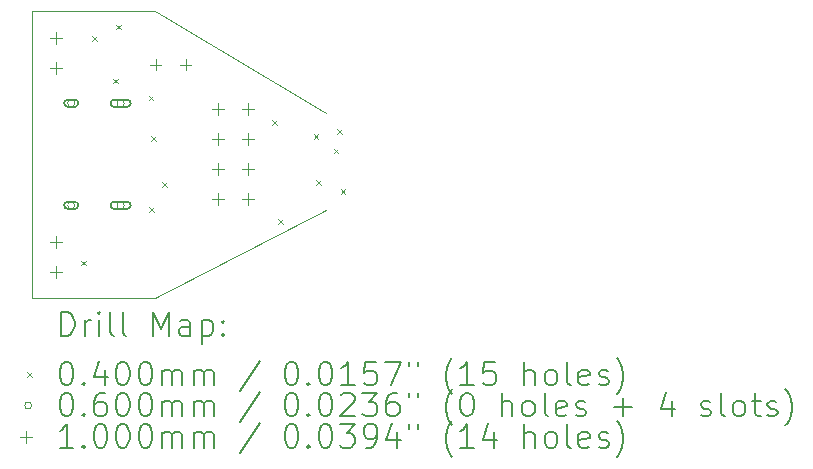
<source format=gbr>
%TF.GenerationSoftware,KiCad,Pcbnew,7.0.2-0*%
%TF.CreationDate,2023-12-31T01:39:39-06:00*%
%TF.ProjectId,usb_programmer,7573625f-7072-46f6-9772-616d6d65722e,rev?*%
%TF.SameCoordinates,Original*%
%TF.FileFunction,Drillmap*%
%TF.FilePolarity,Positive*%
%FSLAX45Y45*%
G04 Gerber Fmt 4.5, Leading zero omitted, Abs format (unit mm)*
G04 Created by KiCad (PCBNEW 7.0.2-0) date 2023-12-31 01:39:39*
%MOMM*%
%LPD*%
G01*
G04 APERTURE LIST*
%ADD10C,0.100000*%
%ADD11C,0.200000*%
%ADD12C,0.040000*%
%ADD13C,0.060000*%
G04 APERTURE END LIST*
D10*
X3456000Y-8913000D02*
X2415000Y-8913000D01*
X4902500Y-7349500D02*
X3457000Y-6483000D01*
X2416000Y-6483000D02*
X2415000Y-8913000D01*
X3456000Y-8913000D02*
X4901250Y-8169500D01*
X3457000Y-6483000D02*
X2416000Y-6483000D01*
D11*
D12*
X2830000Y-8595000D02*
X2870000Y-8635000D01*
X2870000Y-8595000D02*
X2830000Y-8635000D01*
X2919000Y-6696500D02*
X2959000Y-6736500D01*
X2959000Y-6696500D02*
X2919000Y-6736500D01*
X3100000Y-7054500D02*
X3140000Y-7094500D01*
X3140000Y-7054500D02*
X3100000Y-7094500D01*
X3126000Y-6597500D02*
X3166000Y-6637500D01*
X3166000Y-6597500D02*
X3126000Y-6637500D01*
X3400000Y-7197500D02*
X3440000Y-7237500D01*
X3440000Y-7197500D02*
X3400000Y-7237500D01*
X3406000Y-8144000D02*
X3446000Y-8184000D01*
X3446000Y-8144000D02*
X3406000Y-8184000D01*
X3418000Y-7540000D02*
X3458000Y-7580000D01*
X3458000Y-7540000D02*
X3418000Y-7580000D01*
X3515000Y-7928000D02*
X3555000Y-7968000D01*
X3555000Y-7928000D02*
X3515000Y-7968000D01*
X4446000Y-7408000D02*
X4486000Y-7448000D01*
X4486000Y-7408000D02*
X4446000Y-7448000D01*
X4496000Y-8247000D02*
X4536000Y-8287000D01*
X4536000Y-8247000D02*
X4496000Y-8287000D01*
X4796000Y-7522000D02*
X4836000Y-7562000D01*
X4836000Y-7522000D02*
X4796000Y-7562000D01*
X4819500Y-7914500D02*
X4859500Y-7954500D01*
X4859500Y-7914500D02*
X4819500Y-7954500D01*
X4967000Y-7646000D02*
X5007000Y-7686000D01*
X5007000Y-7646000D02*
X4967000Y-7686000D01*
X4992775Y-7480625D02*
X5032775Y-7520625D01*
X5032775Y-7480625D02*
X4992775Y-7520625D01*
X5025000Y-7990000D02*
X5065000Y-8030000D01*
X5065000Y-7990000D02*
X5025000Y-8030000D01*
D13*
X2774000Y-7263000D02*
G75*
G03*
X2774000Y-7263000I-30000J0D01*
G01*
D11*
X2774000Y-7233000D02*
X2714000Y-7233000D01*
X2714000Y-7233000D02*
G75*
G03*
X2714000Y-7293000I0J-30000D01*
G01*
X2714000Y-7293000D02*
X2774000Y-7293000D01*
X2774000Y-7293000D02*
G75*
G03*
X2774000Y-7233000I0J30000D01*
G01*
D13*
X2774000Y-8127000D02*
G75*
G03*
X2774000Y-8127000I-30000J0D01*
G01*
D11*
X2774000Y-8097000D02*
X2714000Y-8097000D01*
X2714000Y-8097000D02*
G75*
G03*
X2714000Y-8157000I0J-30000D01*
G01*
X2714000Y-8157000D02*
X2774000Y-8157000D01*
X2774000Y-8157000D02*
G75*
G03*
X2774000Y-8097000I0J30000D01*
G01*
D13*
X3192000Y-7263000D02*
G75*
G03*
X3192000Y-7263000I-30000J0D01*
G01*
D11*
X3217000Y-7233000D02*
X3107000Y-7233000D01*
X3107000Y-7233000D02*
G75*
G03*
X3107000Y-7293000I0J-30000D01*
G01*
X3107000Y-7293000D02*
X3217000Y-7293000D01*
X3217000Y-7293000D02*
G75*
G03*
X3217000Y-7233000I0J30000D01*
G01*
D13*
X3192000Y-8127000D02*
G75*
G03*
X3192000Y-8127000I-30000J0D01*
G01*
D11*
X3217000Y-8097000D02*
X3107000Y-8097000D01*
X3107000Y-8097000D02*
G75*
G03*
X3107000Y-8157000I0J-30000D01*
G01*
X3107000Y-8157000D02*
X3217000Y-8157000D01*
X3217000Y-8157000D02*
G75*
G03*
X3217000Y-8097000I0J30000D01*
G01*
D10*
X2613000Y-6657000D02*
X2613000Y-6757000D01*
X2563000Y-6707000D02*
X2663000Y-6707000D01*
X2613000Y-6911000D02*
X2613000Y-7011000D01*
X2563000Y-6961000D02*
X2663000Y-6961000D01*
X2613000Y-8386500D02*
X2613000Y-8486500D01*
X2563000Y-8436500D02*
X2663000Y-8436500D01*
X2613000Y-8640500D02*
X2613000Y-8740500D01*
X2563000Y-8690500D02*
X2663000Y-8690500D01*
X3458000Y-6885000D02*
X3458000Y-6985000D01*
X3408000Y-6935000D02*
X3508000Y-6935000D01*
X3712000Y-6885000D02*
X3712000Y-6985000D01*
X3662000Y-6935000D02*
X3762000Y-6935000D01*
X3987000Y-7261000D02*
X3987000Y-7361000D01*
X3937000Y-7311000D02*
X4037000Y-7311000D01*
X3987000Y-7515000D02*
X3987000Y-7615000D01*
X3937000Y-7565000D02*
X4037000Y-7565000D01*
X3987000Y-7769000D02*
X3987000Y-7869000D01*
X3937000Y-7819000D02*
X4037000Y-7819000D01*
X3987000Y-8023000D02*
X3987000Y-8123000D01*
X3937000Y-8073000D02*
X4037000Y-8073000D01*
X4241000Y-7261000D02*
X4241000Y-7361000D01*
X4191000Y-7311000D02*
X4291000Y-7311000D01*
X4241000Y-7515000D02*
X4241000Y-7615000D01*
X4191000Y-7565000D02*
X4291000Y-7565000D01*
X4241000Y-7769000D02*
X4241000Y-7869000D01*
X4191000Y-7819000D02*
X4291000Y-7819000D01*
X4241000Y-8023000D02*
X4241000Y-8123000D01*
X4191000Y-8073000D02*
X4291000Y-8073000D01*
D11*
X2657619Y-9230524D02*
X2657619Y-9030524D01*
X2657619Y-9030524D02*
X2705238Y-9030524D01*
X2705238Y-9030524D02*
X2733810Y-9040048D01*
X2733810Y-9040048D02*
X2752857Y-9059095D01*
X2752857Y-9059095D02*
X2762381Y-9078143D01*
X2762381Y-9078143D02*
X2771905Y-9116238D01*
X2771905Y-9116238D02*
X2771905Y-9144810D01*
X2771905Y-9144810D02*
X2762381Y-9182905D01*
X2762381Y-9182905D02*
X2752857Y-9201952D01*
X2752857Y-9201952D02*
X2733810Y-9221000D01*
X2733810Y-9221000D02*
X2705238Y-9230524D01*
X2705238Y-9230524D02*
X2657619Y-9230524D01*
X2857619Y-9230524D02*
X2857619Y-9097190D01*
X2857619Y-9135286D02*
X2867143Y-9116238D01*
X2867143Y-9116238D02*
X2876667Y-9106714D01*
X2876667Y-9106714D02*
X2895714Y-9097190D01*
X2895714Y-9097190D02*
X2914762Y-9097190D01*
X2981428Y-9230524D02*
X2981428Y-9097190D01*
X2981428Y-9030524D02*
X2971905Y-9040048D01*
X2971905Y-9040048D02*
X2981428Y-9049571D01*
X2981428Y-9049571D02*
X2990952Y-9040048D01*
X2990952Y-9040048D02*
X2981428Y-9030524D01*
X2981428Y-9030524D02*
X2981428Y-9049571D01*
X3105238Y-9230524D02*
X3086190Y-9221000D01*
X3086190Y-9221000D02*
X3076667Y-9201952D01*
X3076667Y-9201952D02*
X3076667Y-9030524D01*
X3210000Y-9230524D02*
X3190952Y-9221000D01*
X3190952Y-9221000D02*
X3181428Y-9201952D01*
X3181428Y-9201952D02*
X3181428Y-9030524D01*
X3438571Y-9230524D02*
X3438571Y-9030524D01*
X3438571Y-9030524D02*
X3505238Y-9173381D01*
X3505238Y-9173381D02*
X3571905Y-9030524D01*
X3571905Y-9030524D02*
X3571905Y-9230524D01*
X3752857Y-9230524D02*
X3752857Y-9125762D01*
X3752857Y-9125762D02*
X3743333Y-9106714D01*
X3743333Y-9106714D02*
X3724286Y-9097190D01*
X3724286Y-9097190D02*
X3686190Y-9097190D01*
X3686190Y-9097190D02*
X3667143Y-9106714D01*
X3752857Y-9221000D02*
X3733809Y-9230524D01*
X3733809Y-9230524D02*
X3686190Y-9230524D01*
X3686190Y-9230524D02*
X3667143Y-9221000D01*
X3667143Y-9221000D02*
X3657619Y-9201952D01*
X3657619Y-9201952D02*
X3657619Y-9182905D01*
X3657619Y-9182905D02*
X3667143Y-9163857D01*
X3667143Y-9163857D02*
X3686190Y-9154333D01*
X3686190Y-9154333D02*
X3733809Y-9154333D01*
X3733809Y-9154333D02*
X3752857Y-9144810D01*
X3848095Y-9097190D02*
X3848095Y-9297190D01*
X3848095Y-9106714D02*
X3867143Y-9097190D01*
X3867143Y-9097190D02*
X3905238Y-9097190D01*
X3905238Y-9097190D02*
X3924286Y-9106714D01*
X3924286Y-9106714D02*
X3933809Y-9116238D01*
X3933809Y-9116238D02*
X3943333Y-9135286D01*
X3943333Y-9135286D02*
X3943333Y-9192429D01*
X3943333Y-9192429D02*
X3933809Y-9211476D01*
X3933809Y-9211476D02*
X3924286Y-9221000D01*
X3924286Y-9221000D02*
X3905238Y-9230524D01*
X3905238Y-9230524D02*
X3867143Y-9230524D01*
X3867143Y-9230524D02*
X3848095Y-9221000D01*
X4029048Y-9211476D02*
X4038571Y-9221000D01*
X4038571Y-9221000D02*
X4029048Y-9230524D01*
X4029048Y-9230524D02*
X4019524Y-9221000D01*
X4019524Y-9221000D02*
X4029048Y-9211476D01*
X4029048Y-9211476D02*
X4029048Y-9230524D01*
X4029048Y-9106714D02*
X4038571Y-9116238D01*
X4038571Y-9116238D02*
X4029048Y-9125762D01*
X4029048Y-9125762D02*
X4019524Y-9116238D01*
X4019524Y-9116238D02*
X4029048Y-9106714D01*
X4029048Y-9106714D02*
X4029048Y-9125762D01*
D12*
X2370000Y-9538000D02*
X2410000Y-9578000D01*
X2410000Y-9538000D02*
X2370000Y-9578000D01*
D11*
X2695714Y-9450524D02*
X2714762Y-9450524D01*
X2714762Y-9450524D02*
X2733810Y-9460048D01*
X2733810Y-9460048D02*
X2743333Y-9469571D01*
X2743333Y-9469571D02*
X2752857Y-9488619D01*
X2752857Y-9488619D02*
X2762381Y-9526714D01*
X2762381Y-9526714D02*
X2762381Y-9574333D01*
X2762381Y-9574333D02*
X2752857Y-9612429D01*
X2752857Y-9612429D02*
X2743333Y-9631476D01*
X2743333Y-9631476D02*
X2733810Y-9641000D01*
X2733810Y-9641000D02*
X2714762Y-9650524D01*
X2714762Y-9650524D02*
X2695714Y-9650524D01*
X2695714Y-9650524D02*
X2676667Y-9641000D01*
X2676667Y-9641000D02*
X2667143Y-9631476D01*
X2667143Y-9631476D02*
X2657619Y-9612429D01*
X2657619Y-9612429D02*
X2648095Y-9574333D01*
X2648095Y-9574333D02*
X2648095Y-9526714D01*
X2648095Y-9526714D02*
X2657619Y-9488619D01*
X2657619Y-9488619D02*
X2667143Y-9469571D01*
X2667143Y-9469571D02*
X2676667Y-9460048D01*
X2676667Y-9460048D02*
X2695714Y-9450524D01*
X2848095Y-9631476D02*
X2857619Y-9641000D01*
X2857619Y-9641000D02*
X2848095Y-9650524D01*
X2848095Y-9650524D02*
X2838571Y-9641000D01*
X2838571Y-9641000D02*
X2848095Y-9631476D01*
X2848095Y-9631476D02*
X2848095Y-9650524D01*
X3029048Y-9517190D02*
X3029048Y-9650524D01*
X2981428Y-9441000D02*
X2933809Y-9583857D01*
X2933809Y-9583857D02*
X3057619Y-9583857D01*
X3171905Y-9450524D02*
X3190952Y-9450524D01*
X3190952Y-9450524D02*
X3210000Y-9460048D01*
X3210000Y-9460048D02*
X3219524Y-9469571D01*
X3219524Y-9469571D02*
X3229048Y-9488619D01*
X3229048Y-9488619D02*
X3238571Y-9526714D01*
X3238571Y-9526714D02*
X3238571Y-9574333D01*
X3238571Y-9574333D02*
X3229048Y-9612429D01*
X3229048Y-9612429D02*
X3219524Y-9631476D01*
X3219524Y-9631476D02*
X3210000Y-9641000D01*
X3210000Y-9641000D02*
X3190952Y-9650524D01*
X3190952Y-9650524D02*
X3171905Y-9650524D01*
X3171905Y-9650524D02*
X3152857Y-9641000D01*
X3152857Y-9641000D02*
X3143333Y-9631476D01*
X3143333Y-9631476D02*
X3133809Y-9612429D01*
X3133809Y-9612429D02*
X3124286Y-9574333D01*
X3124286Y-9574333D02*
X3124286Y-9526714D01*
X3124286Y-9526714D02*
X3133809Y-9488619D01*
X3133809Y-9488619D02*
X3143333Y-9469571D01*
X3143333Y-9469571D02*
X3152857Y-9460048D01*
X3152857Y-9460048D02*
X3171905Y-9450524D01*
X3362381Y-9450524D02*
X3381429Y-9450524D01*
X3381429Y-9450524D02*
X3400476Y-9460048D01*
X3400476Y-9460048D02*
X3410000Y-9469571D01*
X3410000Y-9469571D02*
X3419524Y-9488619D01*
X3419524Y-9488619D02*
X3429048Y-9526714D01*
X3429048Y-9526714D02*
X3429048Y-9574333D01*
X3429048Y-9574333D02*
X3419524Y-9612429D01*
X3419524Y-9612429D02*
X3410000Y-9631476D01*
X3410000Y-9631476D02*
X3400476Y-9641000D01*
X3400476Y-9641000D02*
X3381429Y-9650524D01*
X3381429Y-9650524D02*
X3362381Y-9650524D01*
X3362381Y-9650524D02*
X3343333Y-9641000D01*
X3343333Y-9641000D02*
X3333809Y-9631476D01*
X3333809Y-9631476D02*
X3324286Y-9612429D01*
X3324286Y-9612429D02*
X3314762Y-9574333D01*
X3314762Y-9574333D02*
X3314762Y-9526714D01*
X3314762Y-9526714D02*
X3324286Y-9488619D01*
X3324286Y-9488619D02*
X3333809Y-9469571D01*
X3333809Y-9469571D02*
X3343333Y-9460048D01*
X3343333Y-9460048D02*
X3362381Y-9450524D01*
X3514762Y-9650524D02*
X3514762Y-9517190D01*
X3514762Y-9536238D02*
X3524286Y-9526714D01*
X3524286Y-9526714D02*
X3543333Y-9517190D01*
X3543333Y-9517190D02*
X3571905Y-9517190D01*
X3571905Y-9517190D02*
X3590952Y-9526714D01*
X3590952Y-9526714D02*
X3600476Y-9545762D01*
X3600476Y-9545762D02*
X3600476Y-9650524D01*
X3600476Y-9545762D02*
X3610000Y-9526714D01*
X3610000Y-9526714D02*
X3629048Y-9517190D01*
X3629048Y-9517190D02*
X3657619Y-9517190D01*
X3657619Y-9517190D02*
X3676667Y-9526714D01*
X3676667Y-9526714D02*
X3686190Y-9545762D01*
X3686190Y-9545762D02*
X3686190Y-9650524D01*
X3781429Y-9650524D02*
X3781429Y-9517190D01*
X3781429Y-9536238D02*
X3790952Y-9526714D01*
X3790952Y-9526714D02*
X3810000Y-9517190D01*
X3810000Y-9517190D02*
X3838571Y-9517190D01*
X3838571Y-9517190D02*
X3857619Y-9526714D01*
X3857619Y-9526714D02*
X3867143Y-9545762D01*
X3867143Y-9545762D02*
X3867143Y-9650524D01*
X3867143Y-9545762D02*
X3876667Y-9526714D01*
X3876667Y-9526714D02*
X3895714Y-9517190D01*
X3895714Y-9517190D02*
X3924286Y-9517190D01*
X3924286Y-9517190D02*
X3943333Y-9526714D01*
X3943333Y-9526714D02*
X3952857Y-9545762D01*
X3952857Y-9545762D02*
X3952857Y-9650524D01*
X4343333Y-9441000D02*
X4171905Y-9698143D01*
X4600476Y-9450524D02*
X4619524Y-9450524D01*
X4619524Y-9450524D02*
X4638572Y-9460048D01*
X4638572Y-9460048D02*
X4648095Y-9469571D01*
X4648095Y-9469571D02*
X4657619Y-9488619D01*
X4657619Y-9488619D02*
X4667143Y-9526714D01*
X4667143Y-9526714D02*
X4667143Y-9574333D01*
X4667143Y-9574333D02*
X4657619Y-9612429D01*
X4657619Y-9612429D02*
X4648095Y-9631476D01*
X4648095Y-9631476D02*
X4638572Y-9641000D01*
X4638572Y-9641000D02*
X4619524Y-9650524D01*
X4619524Y-9650524D02*
X4600476Y-9650524D01*
X4600476Y-9650524D02*
X4581429Y-9641000D01*
X4581429Y-9641000D02*
X4571905Y-9631476D01*
X4571905Y-9631476D02*
X4562381Y-9612429D01*
X4562381Y-9612429D02*
X4552857Y-9574333D01*
X4552857Y-9574333D02*
X4552857Y-9526714D01*
X4552857Y-9526714D02*
X4562381Y-9488619D01*
X4562381Y-9488619D02*
X4571905Y-9469571D01*
X4571905Y-9469571D02*
X4581429Y-9460048D01*
X4581429Y-9460048D02*
X4600476Y-9450524D01*
X4752857Y-9631476D02*
X4762381Y-9641000D01*
X4762381Y-9641000D02*
X4752857Y-9650524D01*
X4752857Y-9650524D02*
X4743334Y-9641000D01*
X4743334Y-9641000D02*
X4752857Y-9631476D01*
X4752857Y-9631476D02*
X4752857Y-9650524D01*
X4886191Y-9450524D02*
X4905238Y-9450524D01*
X4905238Y-9450524D02*
X4924286Y-9460048D01*
X4924286Y-9460048D02*
X4933810Y-9469571D01*
X4933810Y-9469571D02*
X4943334Y-9488619D01*
X4943334Y-9488619D02*
X4952857Y-9526714D01*
X4952857Y-9526714D02*
X4952857Y-9574333D01*
X4952857Y-9574333D02*
X4943334Y-9612429D01*
X4943334Y-9612429D02*
X4933810Y-9631476D01*
X4933810Y-9631476D02*
X4924286Y-9641000D01*
X4924286Y-9641000D02*
X4905238Y-9650524D01*
X4905238Y-9650524D02*
X4886191Y-9650524D01*
X4886191Y-9650524D02*
X4867143Y-9641000D01*
X4867143Y-9641000D02*
X4857619Y-9631476D01*
X4857619Y-9631476D02*
X4848095Y-9612429D01*
X4848095Y-9612429D02*
X4838572Y-9574333D01*
X4838572Y-9574333D02*
X4838572Y-9526714D01*
X4838572Y-9526714D02*
X4848095Y-9488619D01*
X4848095Y-9488619D02*
X4857619Y-9469571D01*
X4857619Y-9469571D02*
X4867143Y-9460048D01*
X4867143Y-9460048D02*
X4886191Y-9450524D01*
X5143334Y-9650524D02*
X5029048Y-9650524D01*
X5086191Y-9650524D02*
X5086191Y-9450524D01*
X5086191Y-9450524D02*
X5067143Y-9479095D01*
X5067143Y-9479095D02*
X5048095Y-9498143D01*
X5048095Y-9498143D02*
X5029048Y-9507667D01*
X5324286Y-9450524D02*
X5229048Y-9450524D01*
X5229048Y-9450524D02*
X5219524Y-9545762D01*
X5219524Y-9545762D02*
X5229048Y-9536238D01*
X5229048Y-9536238D02*
X5248095Y-9526714D01*
X5248095Y-9526714D02*
X5295715Y-9526714D01*
X5295715Y-9526714D02*
X5314762Y-9536238D01*
X5314762Y-9536238D02*
X5324286Y-9545762D01*
X5324286Y-9545762D02*
X5333810Y-9564810D01*
X5333810Y-9564810D02*
X5333810Y-9612429D01*
X5333810Y-9612429D02*
X5324286Y-9631476D01*
X5324286Y-9631476D02*
X5314762Y-9641000D01*
X5314762Y-9641000D02*
X5295715Y-9650524D01*
X5295715Y-9650524D02*
X5248095Y-9650524D01*
X5248095Y-9650524D02*
X5229048Y-9641000D01*
X5229048Y-9641000D02*
X5219524Y-9631476D01*
X5400476Y-9450524D02*
X5533810Y-9450524D01*
X5533810Y-9450524D02*
X5448095Y-9650524D01*
X5600476Y-9450524D02*
X5600476Y-9488619D01*
X5676667Y-9450524D02*
X5676667Y-9488619D01*
X5971905Y-9726714D02*
X5962381Y-9717190D01*
X5962381Y-9717190D02*
X5943334Y-9688619D01*
X5943334Y-9688619D02*
X5933810Y-9669571D01*
X5933810Y-9669571D02*
X5924286Y-9641000D01*
X5924286Y-9641000D02*
X5914762Y-9593381D01*
X5914762Y-9593381D02*
X5914762Y-9555286D01*
X5914762Y-9555286D02*
X5924286Y-9507667D01*
X5924286Y-9507667D02*
X5933810Y-9479095D01*
X5933810Y-9479095D02*
X5943334Y-9460048D01*
X5943334Y-9460048D02*
X5962381Y-9431476D01*
X5962381Y-9431476D02*
X5971905Y-9421952D01*
X6152857Y-9650524D02*
X6038572Y-9650524D01*
X6095714Y-9650524D02*
X6095714Y-9450524D01*
X6095714Y-9450524D02*
X6076667Y-9479095D01*
X6076667Y-9479095D02*
X6057619Y-9498143D01*
X6057619Y-9498143D02*
X6038572Y-9507667D01*
X6333810Y-9450524D02*
X6238572Y-9450524D01*
X6238572Y-9450524D02*
X6229048Y-9545762D01*
X6229048Y-9545762D02*
X6238572Y-9536238D01*
X6238572Y-9536238D02*
X6257619Y-9526714D01*
X6257619Y-9526714D02*
X6305238Y-9526714D01*
X6305238Y-9526714D02*
X6324286Y-9536238D01*
X6324286Y-9536238D02*
X6333810Y-9545762D01*
X6333810Y-9545762D02*
X6343334Y-9564810D01*
X6343334Y-9564810D02*
X6343334Y-9612429D01*
X6343334Y-9612429D02*
X6333810Y-9631476D01*
X6333810Y-9631476D02*
X6324286Y-9641000D01*
X6324286Y-9641000D02*
X6305238Y-9650524D01*
X6305238Y-9650524D02*
X6257619Y-9650524D01*
X6257619Y-9650524D02*
X6238572Y-9641000D01*
X6238572Y-9641000D02*
X6229048Y-9631476D01*
X6581429Y-9650524D02*
X6581429Y-9450524D01*
X6667143Y-9650524D02*
X6667143Y-9545762D01*
X6667143Y-9545762D02*
X6657619Y-9526714D01*
X6657619Y-9526714D02*
X6638572Y-9517190D01*
X6638572Y-9517190D02*
X6610000Y-9517190D01*
X6610000Y-9517190D02*
X6590953Y-9526714D01*
X6590953Y-9526714D02*
X6581429Y-9536238D01*
X6790953Y-9650524D02*
X6771905Y-9641000D01*
X6771905Y-9641000D02*
X6762381Y-9631476D01*
X6762381Y-9631476D02*
X6752857Y-9612429D01*
X6752857Y-9612429D02*
X6752857Y-9555286D01*
X6752857Y-9555286D02*
X6762381Y-9536238D01*
X6762381Y-9536238D02*
X6771905Y-9526714D01*
X6771905Y-9526714D02*
X6790953Y-9517190D01*
X6790953Y-9517190D02*
X6819524Y-9517190D01*
X6819524Y-9517190D02*
X6838572Y-9526714D01*
X6838572Y-9526714D02*
X6848096Y-9536238D01*
X6848096Y-9536238D02*
X6857619Y-9555286D01*
X6857619Y-9555286D02*
X6857619Y-9612429D01*
X6857619Y-9612429D02*
X6848096Y-9631476D01*
X6848096Y-9631476D02*
X6838572Y-9641000D01*
X6838572Y-9641000D02*
X6819524Y-9650524D01*
X6819524Y-9650524D02*
X6790953Y-9650524D01*
X6971905Y-9650524D02*
X6952857Y-9641000D01*
X6952857Y-9641000D02*
X6943334Y-9621952D01*
X6943334Y-9621952D02*
X6943334Y-9450524D01*
X7124286Y-9641000D02*
X7105238Y-9650524D01*
X7105238Y-9650524D02*
X7067143Y-9650524D01*
X7067143Y-9650524D02*
X7048096Y-9641000D01*
X7048096Y-9641000D02*
X7038572Y-9621952D01*
X7038572Y-9621952D02*
X7038572Y-9545762D01*
X7038572Y-9545762D02*
X7048096Y-9526714D01*
X7048096Y-9526714D02*
X7067143Y-9517190D01*
X7067143Y-9517190D02*
X7105238Y-9517190D01*
X7105238Y-9517190D02*
X7124286Y-9526714D01*
X7124286Y-9526714D02*
X7133810Y-9545762D01*
X7133810Y-9545762D02*
X7133810Y-9564810D01*
X7133810Y-9564810D02*
X7038572Y-9583857D01*
X7210000Y-9641000D02*
X7229048Y-9650524D01*
X7229048Y-9650524D02*
X7267143Y-9650524D01*
X7267143Y-9650524D02*
X7286191Y-9641000D01*
X7286191Y-9641000D02*
X7295715Y-9621952D01*
X7295715Y-9621952D02*
X7295715Y-9612429D01*
X7295715Y-9612429D02*
X7286191Y-9593381D01*
X7286191Y-9593381D02*
X7267143Y-9583857D01*
X7267143Y-9583857D02*
X7238572Y-9583857D01*
X7238572Y-9583857D02*
X7219524Y-9574333D01*
X7219524Y-9574333D02*
X7210000Y-9555286D01*
X7210000Y-9555286D02*
X7210000Y-9545762D01*
X7210000Y-9545762D02*
X7219524Y-9526714D01*
X7219524Y-9526714D02*
X7238572Y-9517190D01*
X7238572Y-9517190D02*
X7267143Y-9517190D01*
X7267143Y-9517190D02*
X7286191Y-9526714D01*
X7362381Y-9726714D02*
X7371905Y-9717190D01*
X7371905Y-9717190D02*
X7390953Y-9688619D01*
X7390953Y-9688619D02*
X7400477Y-9669571D01*
X7400477Y-9669571D02*
X7410000Y-9641000D01*
X7410000Y-9641000D02*
X7419524Y-9593381D01*
X7419524Y-9593381D02*
X7419524Y-9555286D01*
X7419524Y-9555286D02*
X7410000Y-9507667D01*
X7410000Y-9507667D02*
X7400477Y-9479095D01*
X7400477Y-9479095D02*
X7390953Y-9460048D01*
X7390953Y-9460048D02*
X7371905Y-9431476D01*
X7371905Y-9431476D02*
X7362381Y-9421952D01*
D13*
X2410000Y-9822000D02*
G75*
G03*
X2410000Y-9822000I-30000J0D01*
G01*
D11*
X2695714Y-9714524D02*
X2714762Y-9714524D01*
X2714762Y-9714524D02*
X2733810Y-9724048D01*
X2733810Y-9724048D02*
X2743333Y-9733571D01*
X2743333Y-9733571D02*
X2752857Y-9752619D01*
X2752857Y-9752619D02*
X2762381Y-9790714D01*
X2762381Y-9790714D02*
X2762381Y-9838333D01*
X2762381Y-9838333D02*
X2752857Y-9876429D01*
X2752857Y-9876429D02*
X2743333Y-9895476D01*
X2743333Y-9895476D02*
X2733810Y-9905000D01*
X2733810Y-9905000D02*
X2714762Y-9914524D01*
X2714762Y-9914524D02*
X2695714Y-9914524D01*
X2695714Y-9914524D02*
X2676667Y-9905000D01*
X2676667Y-9905000D02*
X2667143Y-9895476D01*
X2667143Y-9895476D02*
X2657619Y-9876429D01*
X2657619Y-9876429D02*
X2648095Y-9838333D01*
X2648095Y-9838333D02*
X2648095Y-9790714D01*
X2648095Y-9790714D02*
X2657619Y-9752619D01*
X2657619Y-9752619D02*
X2667143Y-9733571D01*
X2667143Y-9733571D02*
X2676667Y-9724048D01*
X2676667Y-9724048D02*
X2695714Y-9714524D01*
X2848095Y-9895476D02*
X2857619Y-9905000D01*
X2857619Y-9905000D02*
X2848095Y-9914524D01*
X2848095Y-9914524D02*
X2838571Y-9905000D01*
X2838571Y-9905000D02*
X2848095Y-9895476D01*
X2848095Y-9895476D02*
X2848095Y-9914524D01*
X3029048Y-9714524D02*
X2990952Y-9714524D01*
X2990952Y-9714524D02*
X2971905Y-9724048D01*
X2971905Y-9724048D02*
X2962381Y-9733571D01*
X2962381Y-9733571D02*
X2943333Y-9762143D01*
X2943333Y-9762143D02*
X2933809Y-9800238D01*
X2933809Y-9800238D02*
X2933809Y-9876429D01*
X2933809Y-9876429D02*
X2943333Y-9895476D01*
X2943333Y-9895476D02*
X2952857Y-9905000D01*
X2952857Y-9905000D02*
X2971905Y-9914524D01*
X2971905Y-9914524D02*
X3010000Y-9914524D01*
X3010000Y-9914524D02*
X3029048Y-9905000D01*
X3029048Y-9905000D02*
X3038571Y-9895476D01*
X3038571Y-9895476D02*
X3048095Y-9876429D01*
X3048095Y-9876429D02*
X3048095Y-9828810D01*
X3048095Y-9828810D02*
X3038571Y-9809762D01*
X3038571Y-9809762D02*
X3029048Y-9800238D01*
X3029048Y-9800238D02*
X3010000Y-9790714D01*
X3010000Y-9790714D02*
X2971905Y-9790714D01*
X2971905Y-9790714D02*
X2952857Y-9800238D01*
X2952857Y-9800238D02*
X2943333Y-9809762D01*
X2943333Y-9809762D02*
X2933809Y-9828810D01*
X3171905Y-9714524D02*
X3190952Y-9714524D01*
X3190952Y-9714524D02*
X3210000Y-9724048D01*
X3210000Y-9724048D02*
X3219524Y-9733571D01*
X3219524Y-9733571D02*
X3229048Y-9752619D01*
X3229048Y-9752619D02*
X3238571Y-9790714D01*
X3238571Y-9790714D02*
X3238571Y-9838333D01*
X3238571Y-9838333D02*
X3229048Y-9876429D01*
X3229048Y-9876429D02*
X3219524Y-9895476D01*
X3219524Y-9895476D02*
X3210000Y-9905000D01*
X3210000Y-9905000D02*
X3190952Y-9914524D01*
X3190952Y-9914524D02*
X3171905Y-9914524D01*
X3171905Y-9914524D02*
X3152857Y-9905000D01*
X3152857Y-9905000D02*
X3143333Y-9895476D01*
X3143333Y-9895476D02*
X3133809Y-9876429D01*
X3133809Y-9876429D02*
X3124286Y-9838333D01*
X3124286Y-9838333D02*
X3124286Y-9790714D01*
X3124286Y-9790714D02*
X3133809Y-9752619D01*
X3133809Y-9752619D02*
X3143333Y-9733571D01*
X3143333Y-9733571D02*
X3152857Y-9724048D01*
X3152857Y-9724048D02*
X3171905Y-9714524D01*
X3362381Y-9714524D02*
X3381429Y-9714524D01*
X3381429Y-9714524D02*
X3400476Y-9724048D01*
X3400476Y-9724048D02*
X3410000Y-9733571D01*
X3410000Y-9733571D02*
X3419524Y-9752619D01*
X3419524Y-9752619D02*
X3429048Y-9790714D01*
X3429048Y-9790714D02*
X3429048Y-9838333D01*
X3429048Y-9838333D02*
X3419524Y-9876429D01*
X3419524Y-9876429D02*
X3410000Y-9895476D01*
X3410000Y-9895476D02*
X3400476Y-9905000D01*
X3400476Y-9905000D02*
X3381429Y-9914524D01*
X3381429Y-9914524D02*
X3362381Y-9914524D01*
X3362381Y-9914524D02*
X3343333Y-9905000D01*
X3343333Y-9905000D02*
X3333809Y-9895476D01*
X3333809Y-9895476D02*
X3324286Y-9876429D01*
X3324286Y-9876429D02*
X3314762Y-9838333D01*
X3314762Y-9838333D02*
X3314762Y-9790714D01*
X3314762Y-9790714D02*
X3324286Y-9752619D01*
X3324286Y-9752619D02*
X3333809Y-9733571D01*
X3333809Y-9733571D02*
X3343333Y-9724048D01*
X3343333Y-9724048D02*
X3362381Y-9714524D01*
X3514762Y-9914524D02*
X3514762Y-9781190D01*
X3514762Y-9800238D02*
X3524286Y-9790714D01*
X3524286Y-9790714D02*
X3543333Y-9781190D01*
X3543333Y-9781190D02*
X3571905Y-9781190D01*
X3571905Y-9781190D02*
X3590952Y-9790714D01*
X3590952Y-9790714D02*
X3600476Y-9809762D01*
X3600476Y-9809762D02*
X3600476Y-9914524D01*
X3600476Y-9809762D02*
X3610000Y-9790714D01*
X3610000Y-9790714D02*
X3629048Y-9781190D01*
X3629048Y-9781190D02*
X3657619Y-9781190D01*
X3657619Y-9781190D02*
X3676667Y-9790714D01*
X3676667Y-9790714D02*
X3686190Y-9809762D01*
X3686190Y-9809762D02*
X3686190Y-9914524D01*
X3781429Y-9914524D02*
X3781429Y-9781190D01*
X3781429Y-9800238D02*
X3790952Y-9790714D01*
X3790952Y-9790714D02*
X3810000Y-9781190D01*
X3810000Y-9781190D02*
X3838571Y-9781190D01*
X3838571Y-9781190D02*
X3857619Y-9790714D01*
X3857619Y-9790714D02*
X3867143Y-9809762D01*
X3867143Y-9809762D02*
X3867143Y-9914524D01*
X3867143Y-9809762D02*
X3876667Y-9790714D01*
X3876667Y-9790714D02*
X3895714Y-9781190D01*
X3895714Y-9781190D02*
X3924286Y-9781190D01*
X3924286Y-9781190D02*
X3943333Y-9790714D01*
X3943333Y-9790714D02*
X3952857Y-9809762D01*
X3952857Y-9809762D02*
X3952857Y-9914524D01*
X4343333Y-9705000D02*
X4171905Y-9962143D01*
X4600476Y-9714524D02*
X4619524Y-9714524D01*
X4619524Y-9714524D02*
X4638572Y-9724048D01*
X4638572Y-9724048D02*
X4648095Y-9733571D01*
X4648095Y-9733571D02*
X4657619Y-9752619D01*
X4657619Y-9752619D02*
X4667143Y-9790714D01*
X4667143Y-9790714D02*
X4667143Y-9838333D01*
X4667143Y-9838333D02*
X4657619Y-9876429D01*
X4657619Y-9876429D02*
X4648095Y-9895476D01*
X4648095Y-9895476D02*
X4638572Y-9905000D01*
X4638572Y-9905000D02*
X4619524Y-9914524D01*
X4619524Y-9914524D02*
X4600476Y-9914524D01*
X4600476Y-9914524D02*
X4581429Y-9905000D01*
X4581429Y-9905000D02*
X4571905Y-9895476D01*
X4571905Y-9895476D02*
X4562381Y-9876429D01*
X4562381Y-9876429D02*
X4552857Y-9838333D01*
X4552857Y-9838333D02*
X4552857Y-9790714D01*
X4552857Y-9790714D02*
X4562381Y-9752619D01*
X4562381Y-9752619D02*
X4571905Y-9733571D01*
X4571905Y-9733571D02*
X4581429Y-9724048D01*
X4581429Y-9724048D02*
X4600476Y-9714524D01*
X4752857Y-9895476D02*
X4762381Y-9905000D01*
X4762381Y-9905000D02*
X4752857Y-9914524D01*
X4752857Y-9914524D02*
X4743334Y-9905000D01*
X4743334Y-9905000D02*
X4752857Y-9895476D01*
X4752857Y-9895476D02*
X4752857Y-9914524D01*
X4886191Y-9714524D02*
X4905238Y-9714524D01*
X4905238Y-9714524D02*
X4924286Y-9724048D01*
X4924286Y-9724048D02*
X4933810Y-9733571D01*
X4933810Y-9733571D02*
X4943334Y-9752619D01*
X4943334Y-9752619D02*
X4952857Y-9790714D01*
X4952857Y-9790714D02*
X4952857Y-9838333D01*
X4952857Y-9838333D02*
X4943334Y-9876429D01*
X4943334Y-9876429D02*
X4933810Y-9895476D01*
X4933810Y-9895476D02*
X4924286Y-9905000D01*
X4924286Y-9905000D02*
X4905238Y-9914524D01*
X4905238Y-9914524D02*
X4886191Y-9914524D01*
X4886191Y-9914524D02*
X4867143Y-9905000D01*
X4867143Y-9905000D02*
X4857619Y-9895476D01*
X4857619Y-9895476D02*
X4848095Y-9876429D01*
X4848095Y-9876429D02*
X4838572Y-9838333D01*
X4838572Y-9838333D02*
X4838572Y-9790714D01*
X4838572Y-9790714D02*
X4848095Y-9752619D01*
X4848095Y-9752619D02*
X4857619Y-9733571D01*
X4857619Y-9733571D02*
X4867143Y-9724048D01*
X4867143Y-9724048D02*
X4886191Y-9714524D01*
X5029048Y-9733571D02*
X5038572Y-9724048D01*
X5038572Y-9724048D02*
X5057619Y-9714524D01*
X5057619Y-9714524D02*
X5105238Y-9714524D01*
X5105238Y-9714524D02*
X5124286Y-9724048D01*
X5124286Y-9724048D02*
X5133810Y-9733571D01*
X5133810Y-9733571D02*
X5143334Y-9752619D01*
X5143334Y-9752619D02*
X5143334Y-9771667D01*
X5143334Y-9771667D02*
X5133810Y-9800238D01*
X5133810Y-9800238D02*
X5019524Y-9914524D01*
X5019524Y-9914524D02*
X5143334Y-9914524D01*
X5210000Y-9714524D02*
X5333810Y-9714524D01*
X5333810Y-9714524D02*
X5267143Y-9790714D01*
X5267143Y-9790714D02*
X5295715Y-9790714D01*
X5295715Y-9790714D02*
X5314762Y-9800238D01*
X5314762Y-9800238D02*
X5324286Y-9809762D01*
X5324286Y-9809762D02*
X5333810Y-9828810D01*
X5333810Y-9828810D02*
X5333810Y-9876429D01*
X5333810Y-9876429D02*
X5324286Y-9895476D01*
X5324286Y-9895476D02*
X5314762Y-9905000D01*
X5314762Y-9905000D02*
X5295715Y-9914524D01*
X5295715Y-9914524D02*
X5238572Y-9914524D01*
X5238572Y-9914524D02*
X5219524Y-9905000D01*
X5219524Y-9905000D02*
X5210000Y-9895476D01*
X5505238Y-9714524D02*
X5467143Y-9714524D01*
X5467143Y-9714524D02*
X5448095Y-9724048D01*
X5448095Y-9724048D02*
X5438572Y-9733571D01*
X5438572Y-9733571D02*
X5419524Y-9762143D01*
X5419524Y-9762143D02*
X5410000Y-9800238D01*
X5410000Y-9800238D02*
X5410000Y-9876429D01*
X5410000Y-9876429D02*
X5419524Y-9895476D01*
X5419524Y-9895476D02*
X5429048Y-9905000D01*
X5429048Y-9905000D02*
X5448095Y-9914524D01*
X5448095Y-9914524D02*
X5486191Y-9914524D01*
X5486191Y-9914524D02*
X5505238Y-9905000D01*
X5505238Y-9905000D02*
X5514762Y-9895476D01*
X5514762Y-9895476D02*
X5524286Y-9876429D01*
X5524286Y-9876429D02*
X5524286Y-9828810D01*
X5524286Y-9828810D02*
X5514762Y-9809762D01*
X5514762Y-9809762D02*
X5505238Y-9800238D01*
X5505238Y-9800238D02*
X5486191Y-9790714D01*
X5486191Y-9790714D02*
X5448095Y-9790714D01*
X5448095Y-9790714D02*
X5429048Y-9800238D01*
X5429048Y-9800238D02*
X5419524Y-9809762D01*
X5419524Y-9809762D02*
X5410000Y-9828810D01*
X5600476Y-9714524D02*
X5600476Y-9752619D01*
X5676667Y-9714524D02*
X5676667Y-9752619D01*
X5971905Y-9990714D02*
X5962381Y-9981190D01*
X5962381Y-9981190D02*
X5943334Y-9952619D01*
X5943334Y-9952619D02*
X5933810Y-9933571D01*
X5933810Y-9933571D02*
X5924286Y-9905000D01*
X5924286Y-9905000D02*
X5914762Y-9857381D01*
X5914762Y-9857381D02*
X5914762Y-9819286D01*
X5914762Y-9819286D02*
X5924286Y-9771667D01*
X5924286Y-9771667D02*
X5933810Y-9743095D01*
X5933810Y-9743095D02*
X5943334Y-9724048D01*
X5943334Y-9724048D02*
X5962381Y-9695476D01*
X5962381Y-9695476D02*
X5971905Y-9685952D01*
X6086191Y-9714524D02*
X6105238Y-9714524D01*
X6105238Y-9714524D02*
X6124286Y-9724048D01*
X6124286Y-9724048D02*
X6133810Y-9733571D01*
X6133810Y-9733571D02*
X6143334Y-9752619D01*
X6143334Y-9752619D02*
X6152857Y-9790714D01*
X6152857Y-9790714D02*
X6152857Y-9838333D01*
X6152857Y-9838333D02*
X6143334Y-9876429D01*
X6143334Y-9876429D02*
X6133810Y-9895476D01*
X6133810Y-9895476D02*
X6124286Y-9905000D01*
X6124286Y-9905000D02*
X6105238Y-9914524D01*
X6105238Y-9914524D02*
X6086191Y-9914524D01*
X6086191Y-9914524D02*
X6067143Y-9905000D01*
X6067143Y-9905000D02*
X6057619Y-9895476D01*
X6057619Y-9895476D02*
X6048095Y-9876429D01*
X6048095Y-9876429D02*
X6038572Y-9838333D01*
X6038572Y-9838333D02*
X6038572Y-9790714D01*
X6038572Y-9790714D02*
X6048095Y-9752619D01*
X6048095Y-9752619D02*
X6057619Y-9733571D01*
X6057619Y-9733571D02*
X6067143Y-9724048D01*
X6067143Y-9724048D02*
X6086191Y-9714524D01*
X6390953Y-9914524D02*
X6390953Y-9714524D01*
X6476667Y-9914524D02*
X6476667Y-9809762D01*
X6476667Y-9809762D02*
X6467143Y-9790714D01*
X6467143Y-9790714D02*
X6448096Y-9781190D01*
X6448096Y-9781190D02*
X6419524Y-9781190D01*
X6419524Y-9781190D02*
X6400476Y-9790714D01*
X6400476Y-9790714D02*
X6390953Y-9800238D01*
X6600476Y-9914524D02*
X6581429Y-9905000D01*
X6581429Y-9905000D02*
X6571905Y-9895476D01*
X6571905Y-9895476D02*
X6562381Y-9876429D01*
X6562381Y-9876429D02*
X6562381Y-9819286D01*
X6562381Y-9819286D02*
X6571905Y-9800238D01*
X6571905Y-9800238D02*
X6581429Y-9790714D01*
X6581429Y-9790714D02*
X6600476Y-9781190D01*
X6600476Y-9781190D02*
X6629048Y-9781190D01*
X6629048Y-9781190D02*
X6648096Y-9790714D01*
X6648096Y-9790714D02*
X6657619Y-9800238D01*
X6657619Y-9800238D02*
X6667143Y-9819286D01*
X6667143Y-9819286D02*
X6667143Y-9876429D01*
X6667143Y-9876429D02*
X6657619Y-9895476D01*
X6657619Y-9895476D02*
X6648096Y-9905000D01*
X6648096Y-9905000D02*
X6629048Y-9914524D01*
X6629048Y-9914524D02*
X6600476Y-9914524D01*
X6781429Y-9914524D02*
X6762381Y-9905000D01*
X6762381Y-9905000D02*
X6752857Y-9885952D01*
X6752857Y-9885952D02*
X6752857Y-9714524D01*
X6933810Y-9905000D02*
X6914762Y-9914524D01*
X6914762Y-9914524D02*
X6876667Y-9914524D01*
X6876667Y-9914524D02*
X6857619Y-9905000D01*
X6857619Y-9905000D02*
X6848096Y-9885952D01*
X6848096Y-9885952D02*
X6848096Y-9809762D01*
X6848096Y-9809762D02*
X6857619Y-9790714D01*
X6857619Y-9790714D02*
X6876667Y-9781190D01*
X6876667Y-9781190D02*
X6914762Y-9781190D01*
X6914762Y-9781190D02*
X6933810Y-9790714D01*
X6933810Y-9790714D02*
X6943334Y-9809762D01*
X6943334Y-9809762D02*
X6943334Y-9828810D01*
X6943334Y-9828810D02*
X6848096Y-9847857D01*
X7019524Y-9905000D02*
X7038572Y-9914524D01*
X7038572Y-9914524D02*
X7076667Y-9914524D01*
X7076667Y-9914524D02*
X7095715Y-9905000D01*
X7095715Y-9905000D02*
X7105238Y-9885952D01*
X7105238Y-9885952D02*
X7105238Y-9876429D01*
X7105238Y-9876429D02*
X7095715Y-9857381D01*
X7095715Y-9857381D02*
X7076667Y-9847857D01*
X7076667Y-9847857D02*
X7048096Y-9847857D01*
X7048096Y-9847857D02*
X7029048Y-9838333D01*
X7029048Y-9838333D02*
X7019524Y-9819286D01*
X7019524Y-9819286D02*
X7019524Y-9809762D01*
X7019524Y-9809762D02*
X7029048Y-9790714D01*
X7029048Y-9790714D02*
X7048096Y-9781190D01*
X7048096Y-9781190D02*
X7076667Y-9781190D01*
X7076667Y-9781190D02*
X7095715Y-9790714D01*
X7343334Y-9838333D02*
X7495715Y-9838333D01*
X7419524Y-9914524D02*
X7419524Y-9762143D01*
X7829048Y-9781190D02*
X7829048Y-9914524D01*
X7781429Y-9705000D02*
X7733810Y-9847857D01*
X7733810Y-9847857D02*
X7857619Y-9847857D01*
X8076667Y-9905000D02*
X8095715Y-9914524D01*
X8095715Y-9914524D02*
X8133810Y-9914524D01*
X8133810Y-9914524D02*
X8152858Y-9905000D01*
X8152858Y-9905000D02*
X8162381Y-9885952D01*
X8162381Y-9885952D02*
X8162381Y-9876429D01*
X8162381Y-9876429D02*
X8152858Y-9857381D01*
X8152858Y-9857381D02*
X8133810Y-9847857D01*
X8133810Y-9847857D02*
X8105239Y-9847857D01*
X8105239Y-9847857D02*
X8086191Y-9838333D01*
X8086191Y-9838333D02*
X8076667Y-9819286D01*
X8076667Y-9819286D02*
X8076667Y-9809762D01*
X8076667Y-9809762D02*
X8086191Y-9790714D01*
X8086191Y-9790714D02*
X8105239Y-9781190D01*
X8105239Y-9781190D02*
X8133810Y-9781190D01*
X8133810Y-9781190D02*
X8152858Y-9790714D01*
X8276667Y-9914524D02*
X8257620Y-9905000D01*
X8257620Y-9905000D02*
X8248096Y-9885952D01*
X8248096Y-9885952D02*
X8248096Y-9714524D01*
X8381429Y-9914524D02*
X8362381Y-9905000D01*
X8362381Y-9905000D02*
X8352858Y-9895476D01*
X8352858Y-9895476D02*
X8343334Y-9876429D01*
X8343334Y-9876429D02*
X8343334Y-9819286D01*
X8343334Y-9819286D02*
X8352858Y-9800238D01*
X8352858Y-9800238D02*
X8362381Y-9790714D01*
X8362381Y-9790714D02*
X8381429Y-9781190D01*
X8381429Y-9781190D02*
X8410001Y-9781190D01*
X8410001Y-9781190D02*
X8429048Y-9790714D01*
X8429048Y-9790714D02*
X8438572Y-9800238D01*
X8438572Y-9800238D02*
X8448096Y-9819286D01*
X8448096Y-9819286D02*
X8448096Y-9876429D01*
X8448096Y-9876429D02*
X8438572Y-9895476D01*
X8438572Y-9895476D02*
X8429048Y-9905000D01*
X8429048Y-9905000D02*
X8410001Y-9914524D01*
X8410001Y-9914524D02*
X8381429Y-9914524D01*
X8505239Y-9781190D02*
X8581429Y-9781190D01*
X8533810Y-9714524D02*
X8533810Y-9885952D01*
X8533810Y-9885952D02*
X8543334Y-9905000D01*
X8543334Y-9905000D02*
X8562382Y-9914524D01*
X8562382Y-9914524D02*
X8581429Y-9914524D01*
X8638572Y-9905000D02*
X8657620Y-9914524D01*
X8657620Y-9914524D02*
X8695715Y-9914524D01*
X8695715Y-9914524D02*
X8714763Y-9905000D01*
X8714763Y-9905000D02*
X8724286Y-9885952D01*
X8724286Y-9885952D02*
X8724286Y-9876429D01*
X8724286Y-9876429D02*
X8714763Y-9857381D01*
X8714763Y-9857381D02*
X8695715Y-9847857D01*
X8695715Y-9847857D02*
X8667143Y-9847857D01*
X8667143Y-9847857D02*
X8648096Y-9838333D01*
X8648096Y-9838333D02*
X8638572Y-9819286D01*
X8638572Y-9819286D02*
X8638572Y-9809762D01*
X8638572Y-9809762D02*
X8648096Y-9790714D01*
X8648096Y-9790714D02*
X8667143Y-9781190D01*
X8667143Y-9781190D02*
X8695715Y-9781190D01*
X8695715Y-9781190D02*
X8714763Y-9790714D01*
X8790953Y-9990714D02*
X8800477Y-9981190D01*
X8800477Y-9981190D02*
X8819524Y-9952619D01*
X8819524Y-9952619D02*
X8829048Y-9933571D01*
X8829048Y-9933571D02*
X8838572Y-9905000D01*
X8838572Y-9905000D02*
X8848096Y-9857381D01*
X8848096Y-9857381D02*
X8848096Y-9819286D01*
X8848096Y-9819286D02*
X8838572Y-9771667D01*
X8838572Y-9771667D02*
X8829048Y-9743095D01*
X8829048Y-9743095D02*
X8819524Y-9724048D01*
X8819524Y-9724048D02*
X8800477Y-9695476D01*
X8800477Y-9695476D02*
X8790953Y-9685952D01*
D10*
X2360000Y-10036000D02*
X2360000Y-10136000D01*
X2310000Y-10086000D02*
X2410000Y-10086000D01*
D11*
X2762381Y-10178524D02*
X2648095Y-10178524D01*
X2705238Y-10178524D02*
X2705238Y-9978524D01*
X2705238Y-9978524D02*
X2686190Y-10007095D01*
X2686190Y-10007095D02*
X2667143Y-10026143D01*
X2667143Y-10026143D02*
X2648095Y-10035667D01*
X2848095Y-10159476D02*
X2857619Y-10169000D01*
X2857619Y-10169000D02*
X2848095Y-10178524D01*
X2848095Y-10178524D02*
X2838571Y-10169000D01*
X2838571Y-10169000D02*
X2848095Y-10159476D01*
X2848095Y-10159476D02*
X2848095Y-10178524D01*
X2981428Y-9978524D02*
X3000476Y-9978524D01*
X3000476Y-9978524D02*
X3019524Y-9988048D01*
X3019524Y-9988048D02*
X3029048Y-9997571D01*
X3029048Y-9997571D02*
X3038571Y-10016619D01*
X3038571Y-10016619D02*
X3048095Y-10054714D01*
X3048095Y-10054714D02*
X3048095Y-10102333D01*
X3048095Y-10102333D02*
X3038571Y-10140429D01*
X3038571Y-10140429D02*
X3029048Y-10159476D01*
X3029048Y-10159476D02*
X3019524Y-10169000D01*
X3019524Y-10169000D02*
X3000476Y-10178524D01*
X3000476Y-10178524D02*
X2981428Y-10178524D01*
X2981428Y-10178524D02*
X2962381Y-10169000D01*
X2962381Y-10169000D02*
X2952857Y-10159476D01*
X2952857Y-10159476D02*
X2943333Y-10140429D01*
X2943333Y-10140429D02*
X2933809Y-10102333D01*
X2933809Y-10102333D02*
X2933809Y-10054714D01*
X2933809Y-10054714D02*
X2943333Y-10016619D01*
X2943333Y-10016619D02*
X2952857Y-9997571D01*
X2952857Y-9997571D02*
X2962381Y-9988048D01*
X2962381Y-9988048D02*
X2981428Y-9978524D01*
X3171905Y-9978524D02*
X3190952Y-9978524D01*
X3190952Y-9978524D02*
X3210000Y-9988048D01*
X3210000Y-9988048D02*
X3219524Y-9997571D01*
X3219524Y-9997571D02*
X3229048Y-10016619D01*
X3229048Y-10016619D02*
X3238571Y-10054714D01*
X3238571Y-10054714D02*
X3238571Y-10102333D01*
X3238571Y-10102333D02*
X3229048Y-10140429D01*
X3229048Y-10140429D02*
X3219524Y-10159476D01*
X3219524Y-10159476D02*
X3210000Y-10169000D01*
X3210000Y-10169000D02*
X3190952Y-10178524D01*
X3190952Y-10178524D02*
X3171905Y-10178524D01*
X3171905Y-10178524D02*
X3152857Y-10169000D01*
X3152857Y-10169000D02*
X3143333Y-10159476D01*
X3143333Y-10159476D02*
X3133809Y-10140429D01*
X3133809Y-10140429D02*
X3124286Y-10102333D01*
X3124286Y-10102333D02*
X3124286Y-10054714D01*
X3124286Y-10054714D02*
X3133809Y-10016619D01*
X3133809Y-10016619D02*
X3143333Y-9997571D01*
X3143333Y-9997571D02*
X3152857Y-9988048D01*
X3152857Y-9988048D02*
X3171905Y-9978524D01*
X3362381Y-9978524D02*
X3381429Y-9978524D01*
X3381429Y-9978524D02*
X3400476Y-9988048D01*
X3400476Y-9988048D02*
X3410000Y-9997571D01*
X3410000Y-9997571D02*
X3419524Y-10016619D01*
X3419524Y-10016619D02*
X3429048Y-10054714D01*
X3429048Y-10054714D02*
X3429048Y-10102333D01*
X3429048Y-10102333D02*
X3419524Y-10140429D01*
X3419524Y-10140429D02*
X3410000Y-10159476D01*
X3410000Y-10159476D02*
X3400476Y-10169000D01*
X3400476Y-10169000D02*
X3381429Y-10178524D01*
X3381429Y-10178524D02*
X3362381Y-10178524D01*
X3362381Y-10178524D02*
X3343333Y-10169000D01*
X3343333Y-10169000D02*
X3333809Y-10159476D01*
X3333809Y-10159476D02*
X3324286Y-10140429D01*
X3324286Y-10140429D02*
X3314762Y-10102333D01*
X3314762Y-10102333D02*
X3314762Y-10054714D01*
X3314762Y-10054714D02*
X3324286Y-10016619D01*
X3324286Y-10016619D02*
X3333809Y-9997571D01*
X3333809Y-9997571D02*
X3343333Y-9988048D01*
X3343333Y-9988048D02*
X3362381Y-9978524D01*
X3514762Y-10178524D02*
X3514762Y-10045190D01*
X3514762Y-10064238D02*
X3524286Y-10054714D01*
X3524286Y-10054714D02*
X3543333Y-10045190D01*
X3543333Y-10045190D02*
X3571905Y-10045190D01*
X3571905Y-10045190D02*
X3590952Y-10054714D01*
X3590952Y-10054714D02*
X3600476Y-10073762D01*
X3600476Y-10073762D02*
X3600476Y-10178524D01*
X3600476Y-10073762D02*
X3610000Y-10054714D01*
X3610000Y-10054714D02*
X3629048Y-10045190D01*
X3629048Y-10045190D02*
X3657619Y-10045190D01*
X3657619Y-10045190D02*
X3676667Y-10054714D01*
X3676667Y-10054714D02*
X3686190Y-10073762D01*
X3686190Y-10073762D02*
X3686190Y-10178524D01*
X3781429Y-10178524D02*
X3781429Y-10045190D01*
X3781429Y-10064238D02*
X3790952Y-10054714D01*
X3790952Y-10054714D02*
X3810000Y-10045190D01*
X3810000Y-10045190D02*
X3838571Y-10045190D01*
X3838571Y-10045190D02*
X3857619Y-10054714D01*
X3857619Y-10054714D02*
X3867143Y-10073762D01*
X3867143Y-10073762D02*
X3867143Y-10178524D01*
X3867143Y-10073762D02*
X3876667Y-10054714D01*
X3876667Y-10054714D02*
X3895714Y-10045190D01*
X3895714Y-10045190D02*
X3924286Y-10045190D01*
X3924286Y-10045190D02*
X3943333Y-10054714D01*
X3943333Y-10054714D02*
X3952857Y-10073762D01*
X3952857Y-10073762D02*
X3952857Y-10178524D01*
X4343333Y-9969000D02*
X4171905Y-10226143D01*
X4600476Y-9978524D02*
X4619524Y-9978524D01*
X4619524Y-9978524D02*
X4638572Y-9988048D01*
X4638572Y-9988048D02*
X4648095Y-9997571D01*
X4648095Y-9997571D02*
X4657619Y-10016619D01*
X4657619Y-10016619D02*
X4667143Y-10054714D01*
X4667143Y-10054714D02*
X4667143Y-10102333D01*
X4667143Y-10102333D02*
X4657619Y-10140429D01*
X4657619Y-10140429D02*
X4648095Y-10159476D01*
X4648095Y-10159476D02*
X4638572Y-10169000D01*
X4638572Y-10169000D02*
X4619524Y-10178524D01*
X4619524Y-10178524D02*
X4600476Y-10178524D01*
X4600476Y-10178524D02*
X4581429Y-10169000D01*
X4581429Y-10169000D02*
X4571905Y-10159476D01*
X4571905Y-10159476D02*
X4562381Y-10140429D01*
X4562381Y-10140429D02*
X4552857Y-10102333D01*
X4552857Y-10102333D02*
X4552857Y-10054714D01*
X4552857Y-10054714D02*
X4562381Y-10016619D01*
X4562381Y-10016619D02*
X4571905Y-9997571D01*
X4571905Y-9997571D02*
X4581429Y-9988048D01*
X4581429Y-9988048D02*
X4600476Y-9978524D01*
X4752857Y-10159476D02*
X4762381Y-10169000D01*
X4762381Y-10169000D02*
X4752857Y-10178524D01*
X4752857Y-10178524D02*
X4743334Y-10169000D01*
X4743334Y-10169000D02*
X4752857Y-10159476D01*
X4752857Y-10159476D02*
X4752857Y-10178524D01*
X4886191Y-9978524D02*
X4905238Y-9978524D01*
X4905238Y-9978524D02*
X4924286Y-9988048D01*
X4924286Y-9988048D02*
X4933810Y-9997571D01*
X4933810Y-9997571D02*
X4943334Y-10016619D01*
X4943334Y-10016619D02*
X4952857Y-10054714D01*
X4952857Y-10054714D02*
X4952857Y-10102333D01*
X4952857Y-10102333D02*
X4943334Y-10140429D01*
X4943334Y-10140429D02*
X4933810Y-10159476D01*
X4933810Y-10159476D02*
X4924286Y-10169000D01*
X4924286Y-10169000D02*
X4905238Y-10178524D01*
X4905238Y-10178524D02*
X4886191Y-10178524D01*
X4886191Y-10178524D02*
X4867143Y-10169000D01*
X4867143Y-10169000D02*
X4857619Y-10159476D01*
X4857619Y-10159476D02*
X4848095Y-10140429D01*
X4848095Y-10140429D02*
X4838572Y-10102333D01*
X4838572Y-10102333D02*
X4838572Y-10054714D01*
X4838572Y-10054714D02*
X4848095Y-10016619D01*
X4848095Y-10016619D02*
X4857619Y-9997571D01*
X4857619Y-9997571D02*
X4867143Y-9988048D01*
X4867143Y-9988048D02*
X4886191Y-9978524D01*
X5019524Y-9978524D02*
X5143334Y-9978524D01*
X5143334Y-9978524D02*
X5076667Y-10054714D01*
X5076667Y-10054714D02*
X5105238Y-10054714D01*
X5105238Y-10054714D02*
X5124286Y-10064238D01*
X5124286Y-10064238D02*
X5133810Y-10073762D01*
X5133810Y-10073762D02*
X5143334Y-10092810D01*
X5143334Y-10092810D02*
X5143334Y-10140429D01*
X5143334Y-10140429D02*
X5133810Y-10159476D01*
X5133810Y-10159476D02*
X5124286Y-10169000D01*
X5124286Y-10169000D02*
X5105238Y-10178524D01*
X5105238Y-10178524D02*
X5048095Y-10178524D01*
X5048095Y-10178524D02*
X5029048Y-10169000D01*
X5029048Y-10169000D02*
X5019524Y-10159476D01*
X5238572Y-10178524D02*
X5276667Y-10178524D01*
X5276667Y-10178524D02*
X5295715Y-10169000D01*
X5295715Y-10169000D02*
X5305238Y-10159476D01*
X5305238Y-10159476D02*
X5324286Y-10130905D01*
X5324286Y-10130905D02*
X5333810Y-10092810D01*
X5333810Y-10092810D02*
X5333810Y-10016619D01*
X5333810Y-10016619D02*
X5324286Y-9997571D01*
X5324286Y-9997571D02*
X5314762Y-9988048D01*
X5314762Y-9988048D02*
X5295715Y-9978524D01*
X5295715Y-9978524D02*
X5257619Y-9978524D01*
X5257619Y-9978524D02*
X5238572Y-9988048D01*
X5238572Y-9988048D02*
X5229048Y-9997571D01*
X5229048Y-9997571D02*
X5219524Y-10016619D01*
X5219524Y-10016619D02*
X5219524Y-10064238D01*
X5219524Y-10064238D02*
X5229048Y-10083286D01*
X5229048Y-10083286D02*
X5238572Y-10092810D01*
X5238572Y-10092810D02*
X5257619Y-10102333D01*
X5257619Y-10102333D02*
X5295715Y-10102333D01*
X5295715Y-10102333D02*
X5314762Y-10092810D01*
X5314762Y-10092810D02*
X5324286Y-10083286D01*
X5324286Y-10083286D02*
X5333810Y-10064238D01*
X5505238Y-10045190D02*
X5505238Y-10178524D01*
X5457619Y-9969000D02*
X5410000Y-10111857D01*
X5410000Y-10111857D02*
X5533810Y-10111857D01*
X5600476Y-9978524D02*
X5600476Y-10016619D01*
X5676667Y-9978524D02*
X5676667Y-10016619D01*
X5971905Y-10254714D02*
X5962381Y-10245190D01*
X5962381Y-10245190D02*
X5943334Y-10216619D01*
X5943334Y-10216619D02*
X5933810Y-10197571D01*
X5933810Y-10197571D02*
X5924286Y-10169000D01*
X5924286Y-10169000D02*
X5914762Y-10121381D01*
X5914762Y-10121381D02*
X5914762Y-10083286D01*
X5914762Y-10083286D02*
X5924286Y-10035667D01*
X5924286Y-10035667D02*
X5933810Y-10007095D01*
X5933810Y-10007095D02*
X5943334Y-9988048D01*
X5943334Y-9988048D02*
X5962381Y-9959476D01*
X5962381Y-9959476D02*
X5971905Y-9949952D01*
X6152857Y-10178524D02*
X6038572Y-10178524D01*
X6095714Y-10178524D02*
X6095714Y-9978524D01*
X6095714Y-9978524D02*
X6076667Y-10007095D01*
X6076667Y-10007095D02*
X6057619Y-10026143D01*
X6057619Y-10026143D02*
X6038572Y-10035667D01*
X6324286Y-10045190D02*
X6324286Y-10178524D01*
X6276667Y-9969000D02*
X6229048Y-10111857D01*
X6229048Y-10111857D02*
X6352857Y-10111857D01*
X6581429Y-10178524D02*
X6581429Y-9978524D01*
X6667143Y-10178524D02*
X6667143Y-10073762D01*
X6667143Y-10073762D02*
X6657619Y-10054714D01*
X6657619Y-10054714D02*
X6638572Y-10045190D01*
X6638572Y-10045190D02*
X6610000Y-10045190D01*
X6610000Y-10045190D02*
X6590953Y-10054714D01*
X6590953Y-10054714D02*
X6581429Y-10064238D01*
X6790953Y-10178524D02*
X6771905Y-10169000D01*
X6771905Y-10169000D02*
X6762381Y-10159476D01*
X6762381Y-10159476D02*
X6752857Y-10140429D01*
X6752857Y-10140429D02*
X6752857Y-10083286D01*
X6752857Y-10083286D02*
X6762381Y-10064238D01*
X6762381Y-10064238D02*
X6771905Y-10054714D01*
X6771905Y-10054714D02*
X6790953Y-10045190D01*
X6790953Y-10045190D02*
X6819524Y-10045190D01*
X6819524Y-10045190D02*
X6838572Y-10054714D01*
X6838572Y-10054714D02*
X6848096Y-10064238D01*
X6848096Y-10064238D02*
X6857619Y-10083286D01*
X6857619Y-10083286D02*
X6857619Y-10140429D01*
X6857619Y-10140429D02*
X6848096Y-10159476D01*
X6848096Y-10159476D02*
X6838572Y-10169000D01*
X6838572Y-10169000D02*
X6819524Y-10178524D01*
X6819524Y-10178524D02*
X6790953Y-10178524D01*
X6971905Y-10178524D02*
X6952857Y-10169000D01*
X6952857Y-10169000D02*
X6943334Y-10149952D01*
X6943334Y-10149952D02*
X6943334Y-9978524D01*
X7124286Y-10169000D02*
X7105238Y-10178524D01*
X7105238Y-10178524D02*
X7067143Y-10178524D01*
X7067143Y-10178524D02*
X7048096Y-10169000D01*
X7048096Y-10169000D02*
X7038572Y-10149952D01*
X7038572Y-10149952D02*
X7038572Y-10073762D01*
X7038572Y-10073762D02*
X7048096Y-10054714D01*
X7048096Y-10054714D02*
X7067143Y-10045190D01*
X7067143Y-10045190D02*
X7105238Y-10045190D01*
X7105238Y-10045190D02*
X7124286Y-10054714D01*
X7124286Y-10054714D02*
X7133810Y-10073762D01*
X7133810Y-10073762D02*
X7133810Y-10092810D01*
X7133810Y-10092810D02*
X7038572Y-10111857D01*
X7210000Y-10169000D02*
X7229048Y-10178524D01*
X7229048Y-10178524D02*
X7267143Y-10178524D01*
X7267143Y-10178524D02*
X7286191Y-10169000D01*
X7286191Y-10169000D02*
X7295715Y-10149952D01*
X7295715Y-10149952D02*
X7295715Y-10140429D01*
X7295715Y-10140429D02*
X7286191Y-10121381D01*
X7286191Y-10121381D02*
X7267143Y-10111857D01*
X7267143Y-10111857D02*
X7238572Y-10111857D01*
X7238572Y-10111857D02*
X7219524Y-10102333D01*
X7219524Y-10102333D02*
X7210000Y-10083286D01*
X7210000Y-10083286D02*
X7210000Y-10073762D01*
X7210000Y-10073762D02*
X7219524Y-10054714D01*
X7219524Y-10054714D02*
X7238572Y-10045190D01*
X7238572Y-10045190D02*
X7267143Y-10045190D01*
X7267143Y-10045190D02*
X7286191Y-10054714D01*
X7362381Y-10254714D02*
X7371905Y-10245190D01*
X7371905Y-10245190D02*
X7390953Y-10216619D01*
X7390953Y-10216619D02*
X7400477Y-10197571D01*
X7400477Y-10197571D02*
X7410000Y-10169000D01*
X7410000Y-10169000D02*
X7419524Y-10121381D01*
X7419524Y-10121381D02*
X7419524Y-10083286D01*
X7419524Y-10083286D02*
X7410000Y-10035667D01*
X7410000Y-10035667D02*
X7400477Y-10007095D01*
X7400477Y-10007095D02*
X7390953Y-9988048D01*
X7390953Y-9988048D02*
X7371905Y-9959476D01*
X7371905Y-9959476D02*
X7362381Y-9949952D01*
M02*

</source>
